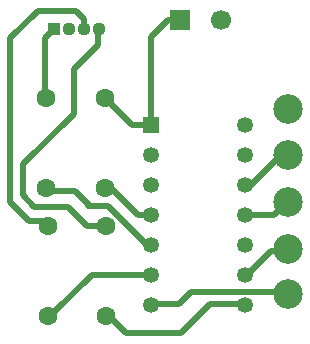
<source format=gtl>
%FSLAX33Y33*%
%MOMM*%
%ADD10C,0.508*%
%ADD11C,1.6*%
%ADD12C,2.5*%
%ADD13R,1.35X1.35*%
%ADD14C,1.35*%
%ADD15R,1.7X1.7*%
%ADD16C,1.7*%
%ADD17R,1.11X1.11*%
%ADD18C,1.11*%
D10*
%LNtop copper_traces*%
G01*
X6475Y28100D02*
X7135Y27440D01*
X1975Y12475D02*
X1975Y15115D01*
X8600Y9885D02*
X7390Y9885D01*
X17800Y3325D02*
X15325Y0850D01*
X15175Y3325D02*
X16175Y4325D01*
X21000Y5825D02*
X22925Y7750D01*
X2500Y10300D02*
X0900Y11900D01*
X6250Y23200D02*
X8283Y25233D01*
X7625Y11625D02*
X6400Y12850D01*
X15325Y0850D02*
X10675Y0850D01*
X12831Y18725D02*
X12831Y25906D01*
X20675Y3325D02*
X17800Y3325D01*
X7770Y5745D02*
X12295Y5745D01*
X2925Y11525D02*
X5750Y11525D01*
X23200Y10825D02*
X24200Y11825D01*
X0900Y11900D02*
X0900Y25800D01*
X7475Y11625D02*
X9125Y11625D01*
X21100Y13200D02*
X23525Y15625D01*
X8283Y25233D02*
X8283Y26428D01*
X4600Y2575D02*
X7770Y5745D01*
X12831Y3325D02*
X15175Y3325D01*
X21000Y10825D02*
X23200Y10825D01*
X10675Y0850D02*
X9260Y2265D01*
X6250Y19390D02*
X6250Y23075D01*
X3850Y25790D02*
X4510Y26450D01*
X2925Y11525D02*
X1975Y12475D01*
X23525Y15625D02*
X24200Y15625D01*
X3200Y28100D02*
X6475Y28100D01*
X9125Y11625D02*
X12465Y8285D01*
X1975Y15115D02*
X6250Y19390D01*
X22925Y7750D02*
X24100Y7750D01*
X8900Y20760D02*
X11215Y18445D01*
X7135Y27440D02*
X7135Y26775D01*
X3850Y21125D02*
X3850Y25790D01*
X11715Y10825D02*
X12465Y10825D01*
X0900Y25800D02*
X3200Y28100D01*
X9400Y13140D02*
X11715Y10825D01*
X6400Y12850D02*
X4240Y12850D01*
X16175Y4325D02*
X23700Y4325D01*
X3950Y10300D02*
X2500Y10300D01*
X11215Y18445D02*
X12831Y18445D01*
X7390Y9885D02*
X5750Y11525D01*
X14225Y27300D02*
X15050Y27300D01*
X12831Y25906D02*
X14225Y27300D01*
%LNtop copper component c7744e5600d26988*%
D11*
X3950Y13140D03*
X3950Y20760D03*
%LNtop copper component 4748f6f89c8109e0*%
D12*
X24400Y15900D03*
%LNtop copper component 984487acf14f2a04*%
X24400Y7975D03*
%LNtop copper component f9d875cb877cf273*%
D11*
X8900Y13140D03*
X8900Y20760D03*
%LNtop copper component 97c4d0802fb8fad4*%
D12*
X24400Y11925D03*
%LNtop copper component aaabee27c90a06a9*%
X24400Y4135D03*
%LNtop copper component 22fb0f4d1f771101*%
D11*
X9000Y2265D03*
X9000Y9885D03*
%LNtop copper component 5fb507646df7b499*%
D13*
X12831Y18445D03*
D14*
X12831Y15905D03*
X12831Y13365D03*
X12831Y10825D03*
X12831Y8285D03*
X12831Y5745D03*
X12831Y3205D03*
X20769Y3205D03*
X20769Y5745D03*
X20769Y8285D03*
X20769Y10825D03*
X20769Y13365D03*
X20769Y15905D03*
X20769Y18445D03*
%LNtop copper component 5b78421b79674273*%
D15*
X15225Y27300D03*
D16*
X18725Y27300D03*
%LNtop copper component d78364369f544818*%
D12*
X24400Y19775D03*
%LNtop copper component 51f36aee92305af8*%
D17*
X4595Y26550D03*
D18*
X5865Y26550D03*
X7135Y26550D03*
X8405Y26550D03*
%LNtop copper component df80b99157660698*%
D11*
X4075Y2265D03*
X4075Y9885D03*
M02*
</source>
